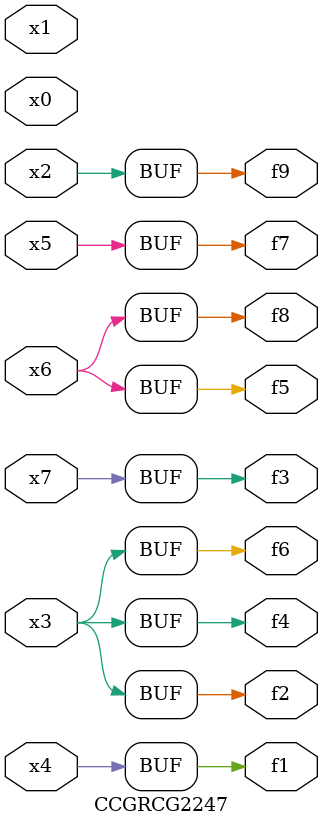
<source format=v>
module CCGRCG2247(
	input x0, x1, x2, x3, x4, x5, x6, x7,
	output f1, f2, f3, f4, f5, f6, f7, f8, f9
);
	assign f1 = x4;
	assign f2 = x3;
	assign f3 = x7;
	assign f4 = x3;
	assign f5 = x6;
	assign f6 = x3;
	assign f7 = x5;
	assign f8 = x6;
	assign f9 = x2;
endmodule

</source>
